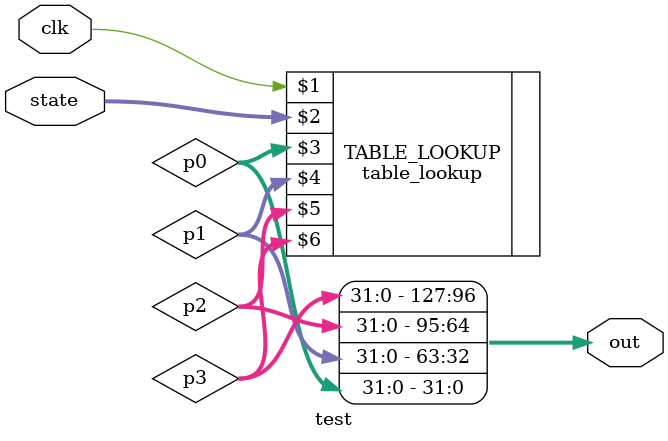
<source format=v>
`include "table.v" // REWRITE added this include

module test(
	input  wire         clk, 
	input  wire [31:0]  state,
	output reg  [127:0] out
);

wire [31:0] p0, p1, p2, p3;

table_lookup TABLE_LOOKUP(clk, state, p0, p1, p2, p3);

always @(*) begin
	out = {p3, p2, p1, p0};
end

endmodule

</source>
